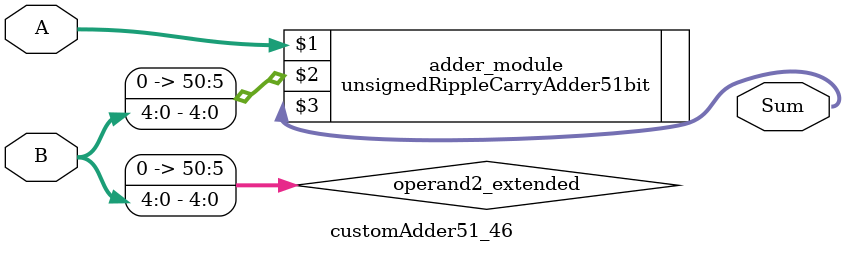
<source format=v>
module customAdder51_46(
                        input [50 : 0] A,
                        input [4 : 0] B,
                        
                        output [51 : 0] Sum
                );

        wire [50 : 0] operand2_extended;
        
        assign operand2_extended =  {46'b0, B};
        
        unsignedRippleCarryAdder51bit adder_module(
            A,
            operand2_extended,
            Sum
        );
        
        endmodule
        
</source>
